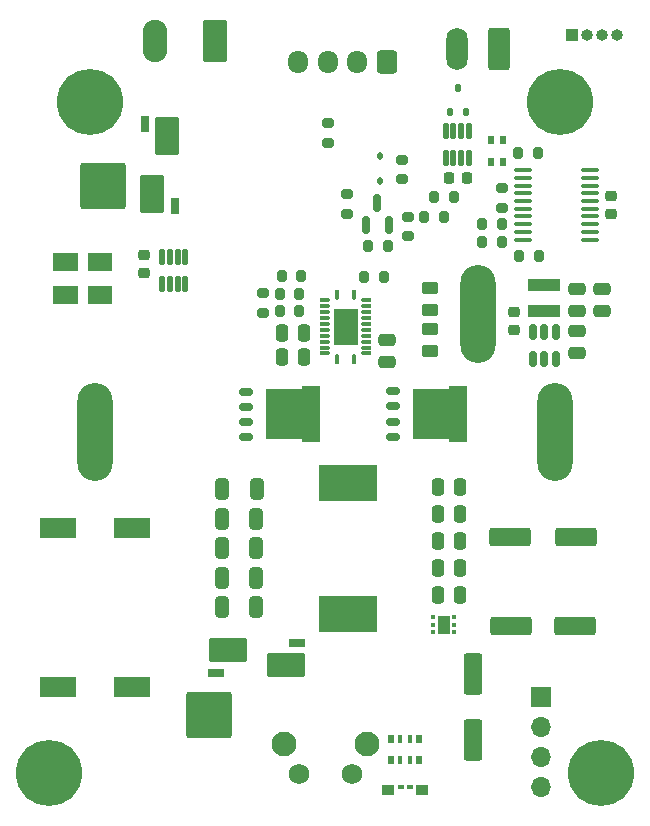
<source format=gbr>
%TF.GenerationSoftware,KiCad,Pcbnew,8.0.7*%
%TF.CreationDate,2025-01-15T16:40:05+01:00*%
%TF.ProjectId,makita-ps,6d616b69-7461-42d7-9073-2e6b69636164,1*%
%TF.SameCoordinates,Original*%
%TF.FileFunction,Soldermask,Top*%
%TF.FilePolarity,Negative*%
%FSLAX46Y46*%
G04 Gerber Fmt 4.6, Leading zero omitted, Abs format (unit mm)*
G04 Created by KiCad (PCBNEW 8.0.7) date 2025-01-15 16:40:05*
%MOMM*%
%LPD*%
G01*
G04 APERTURE LIST*
G04 Aperture macros list*
%AMRoundRect*
0 Rectangle with rounded corners*
0 $1 Rounding radius*
0 $2 $3 $4 $5 $6 $7 $8 $9 X,Y pos of 4 corners*
0 Add a 4 corners polygon primitive as box body*
4,1,4,$2,$3,$4,$5,$6,$7,$8,$9,$2,$3,0*
0 Add four circle primitives for the rounded corners*
1,1,$1+$1,$2,$3*
1,1,$1+$1,$4,$5*
1,1,$1+$1,$6,$7*
1,1,$1+$1,$8,$9*
0 Add four rect primitives between the rounded corners*
20,1,$1+$1,$2,$3,$4,$5,0*
20,1,$1+$1,$4,$5,$6,$7,0*
20,1,$1+$1,$6,$7,$8,$9,0*
20,1,$1+$1,$8,$9,$2,$3,0*%
%AMFreePoly0*
4,1,9,2.975000,-2.350000,1.425000,-2.350000,1.425000,-2.100000,-1.650000,-2.100000,-1.650000,2.100000,1.425000,2.100000,1.425000,2.350000,2.975000,2.350000,2.975000,-2.350000,2.975000,-2.350000,$1*%
%AMFreePoly1*
4,1,6,1.000000,0.000000,0.500000,-0.750000,-0.500000,-0.750000,-0.500000,0.750000,0.500000,0.750000,1.000000,0.000000,1.000000,0.000000,$1*%
%AMFreePoly2*
4,1,12,0.140000,-0.355000,0.136651,-0.355000,0.121244,-0.412500,0.070000,-0.463744,0.000000,-0.482500,-0.070000,-0.463744,-0.121244,-0.412500,-0.136651,-0.355000,-0.140000,-0.355000,-0.140000,0.355000,0.140000,0.355000,0.140000,-0.355000,0.140000,-0.355000,$1*%
%AMFreePoly3*
4,1,10,0.425000,0.121244,0.476244,0.070000,0.495000,0.000000,0.476244,-0.070000,0.425000,-0.121244,0.355000,-0.140000,-0.355000,-0.140000,-0.355000,0.140000,0.355000,0.140000,0.425000,0.121244,0.425000,0.121244,$1*%
%AMFreePoly4*
4,1,12,0.355000,0.136650,0.412500,0.121244,0.463744,0.070000,0.482500,0.000000,0.463744,-0.070000,0.412500,-0.121244,0.355000,-0.136650,0.355000,-0.140000,-0.355000,-0.140000,-0.355000,0.140000,0.355000,0.140000,0.355000,0.136650,0.355000,0.136650,$1*%
%AMFreePoly5*
4,1,12,0.070000,0.463744,0.121244,0.412500,0.136651,0.355000,0.140000,0.355000,0.140000,-0.355000,-0.140000,-0.355000,-0.140000,0.355000,-0.136651,0.355000,-0.121244,0.412500,-0.070000,0.463744,0.000000,0.482500,0.070000,0.463744,0.070000,0.463744,$1*%
%AMFreePoly6*
4,1,12,0.355000,-0.140000,-0.355000,-0.140000,-0.355000,-0.136650,-0.412500,-0.121244,-0.463744,-0.070000,-0.482500,0.000000,-0.463744,0.070000,-0.412500,0.121244,-0.355000,0.136650,-0.355000,0.140000,0.355000,0.140000,0.355000,-0.140000,0.355000,-0.140000,$1*%
G04 Aperture macros list end*
%ADD10RoundRect,0.200000X0.200000X0.275000X-0.200000X0.275000X-0.200000X-0.275000X0.200000X-0.275000X0*%
%ADD11RoundRect,0.250000X0.475000X-0.250000X0.475000X0.250000X-0.475000X0.250000X-0.475000X-0.250000X0*%
%ADD12RoundRect,0.250002X-1.699998X-1.699998X1.699998X-1.699998X1.699998X1.699998X-1.699998X1.699998X0*%
%ADD13RoundRect,0.250000X-0.550000X1.500000X-0.550000X-1.500000X0.550000X-1.500000X0.550000X1.500000X0*%
%ADD14RoundRect,0.250000X-0.325000X-0.650000X0.325000X-0.650000X0.325000X0.650000X-0.325000X0.650000X0*%
%ADD15RoundRect,0.250000X0.250000X0.475000X-0.250000X0.475000X-0.250000X-0.475000X0.250000X-0.475000X0*%
%ADD16RoundRect,0.200000X0.275000X-0.200000X0.275000X0.200000X-0.275000X0.200000X-0.275000X-0.200000X0*%
%ADD17RoundRect,0.250000X-1.500000X-0.550000X1.500000X-0.550000X1.500000X0.550000X-1.500000X0.550000X0*%
%ADD18RoundRect,0.249999X0.790001X1.550001X-0.790001X1.550001X-0.790001X-1.550001X0.790001X-1.550001X0*%
%ADD19O,2.080000X3.600000*%
%ADD20RoundRect,0.150000X0.150000X-0.512500X0.150000X0.512500X-0.150000X0.512500X-0.150000X-0.512500X0*%
%ADD21RoundRect,0.200000X-0.275000X0.200000X-0.275000X-0.200000X0.275000X-0.200000X0.275000X0.200000X0*%
%ADD22RoundRect,0.225000X0.250000X-0.225000X0.250000X0.225000X-0.250000X0.225000X-0.250000X-0.225000X0*%
%ADD23RoundRect,0.175000X-0.400000X0.175000X-0.400000X-0.175000X0.400000X-0.175000X0.400000X0.175000X0*%
%ADD24FreePoly0,0.000000*%
%ADD25RoundRect,0.112500X0.112500X-0.187500X0.112500X0.187500X-0.112500X0.187500X-0.112500X-0.187500X0*%
%ADD26R,1.500000X1.500000*%
%ADD27FreePoly1,0.000000*%
%ADD28FreePoly1,180.000000*%
%ADD29R,1.700000X1.700000*%
%ADD30O,1.700000X1.700000*%
%ADD31FreePoly2,0.000000*%
%ADD32FreePoly3,0.000000*%
%ADD33FreePoly4,0.000000*%
%ADD34FreePoly5,0.000000*%
%ADD35FreePoly6,0.000000*%
%ADD36R,2.050000X3.100000*%
%ADD37RoundRect,0.243600X0.771400X-1.406400X0.771400X1.406400X-0.771400X1.406400X-0.771400X-1.406400X0*%
%ADD38RoundRect,0.190000X0.190000X-0.510000X0.190000X0.510000X-0.190000X0.510000X-0.190000X-0.510000X0*%
%ADD39RoundRect,0.250000X0.650000X1.550000X-0.650000X1.550000X-0.650000X-1.550000X0.650000X-1.550000X0*%
%ADD40O,1.800000X3.600000*%
%ADD41RoundRect,0.125000X-0.125000X0.537500X-0.125000X-0.537500X0.125000X-0.537500X0.125000X0.537500X0*%
%ADD42R,0.530000X0.440000*%
%ADD43R,1.000000X0.880000*%
%ADD44RoundRect,0.200000X-0.200000X-0.275000X0.200000X-0.275000X0.200000X0.275000X-0.200000X0.275000X0*%
%ADD45RoundRect,0.250000X0.600000X0.725000X-0.600000X0.725000X-0.600000X-0.725000X0.600000X-0.725000X0*%
%ADD46O,1.700000X1.950000*%
%ADD47RoundRect,0.125000X0.125000X-0.537500X0.125000X0.537500X-0.125000X0.537500X-0.125000X-0.537500X0*%
%ADD48R,0.500000X0.800000*%
%ADD49RoundRect,0.250000X-0.475000X0.250000X-0.475000X-0.250000X0.475000X-0.250000X0.475000X0.250000X0*%
%ADD50RoundRect,0.112500X-0.112500X-0.237500X0.112500X-0.237500X0.112500X0.237500X-0.112500X0.237500X0*%
%ADD51RoundRect,0.225000X-0.225000X-0.250000X0.225000X-0.250000X0.225000X0.250000X-0.225000X0.250000X0*%
%ADD52RoundRect,0.150000X0.150000X-0.587500X0.150000X0.587500X-0.150000X0.587500X-0.150000X-0.587500X0*%
%ADD53C,2.100000*%
%ADD54C,1.750000*%
%ADD55R,1.000000X1.000000*%
%ADD56O,1.000000X1.000000*%
%ADD57RoundRect,0.102000X1.410000X-0.785000X1.410000X0.785000X-1.410000X0.785000X-1.410000X-0.785000X0*%
%ADD58RoundRect,0.100000X-0.637500X-0.100000X0.637500X-0.100000X0.637500X0.100000X-0.637500X0.100000X0*%
%ADD59RoundRect,0.250000X-0.450000X0.262500X-0.450000X-0.262500X0.450000X-0.262500X0.450000X0.262500X0*%
%ADD60RoundRect,0.243600X1.406400X0.771400X-1.406400X0.771400X-1.406400X-0.771400X1.406400X-0.771400X0*%
%ADD61RoundRect,0.190000X0.510000X0.190000X-0.510000X0.190000X-0.510000X-0.190000X0.510000X-0.190000X0*%
%ADD62R,5.000000X3.100000*%
%ADD63R,0.400000X0.800000*%
%ADD64R,2.700000X1.000000*%
%ADD65RoundRect,0.093750X-0.093750X-0.106250X0.093750X-0.106250X0.093750X0.106250X-0.093750X0.106250X0*%
%ADD66R,1.000000X1.600000*%
%ADD67O,3.000000X8.300000*%
%ADD68C,5.600000*%
G04 APERTURE END LIST*
D10*
%TO.C,R1*%
X166254000Y-81500000D03*
X164604000Y-81500000D03*
%TD*%
D11*
%TO.C,C4*%
X169552000Y-94893000D03*
X169552000Y-92993000D03*
%TD*%
D12*
%TO.C,J7*%
X138437000Y-129066000D03*
%TD*%
D13*
%TO.C,C23*%
X160789000Y-125625000D03*
X160789000Y-131225000D03*
%TD*%
D14*
%TO.C,C15*%
X139479000Y-114950000D03*
X142429000Y-114950000D03*
%TD*%
D15*
%TO.C,C16*%
X159679000Y-114334000D03*
X157779000Y-114334000D03*
%TD*%
D16*
%TO.C,R7*%
X163194000Y-86102000D03*
X163194000Y-84452000D03*
%TD*%
D11*
%TO.C,C5*%
X171711000Y-94898000D03*
X171711000Y-92998000D03*
%TD*%
D17*
%TO.C,C17*%
X163929000Y-114000000D03*
X169529000Y-114000000D03*
%TD*%
D18*
%TO.C,J1*%
X138929000Y-72000000D03*
D19*
X133849000Y-72000000D03*
%TD*%
D15*
%TO.C,C6*%
X146479000Y-96705000D03*
X144579000Y-96705000D03*
%TD*%
D20*
%TO.C,U5*%
X165869000Y-98895000D03*
X166819000Y-98895000D03*
X167769000Y-98895000D03*
X167769000Y-96620000D03*
X166819000Y-96620000D03*
X165869000Y-96620000D03*
%TD*%
D21*
%TO.C,R4*%
X150129000Y-84975000D03*
X150129000Y-86625000D03*
%TD*%
D22*
%TO.C,C3*%
X132929000Y-91675000D03*
X132929000Y-90125000D03*
%TD*%
D16*
%TO.C,R9*%
X155229000Y-88525000D03*
X155229000Y-86875000D03*
%TD*%
D10*
%TO.C,R14*%
X166354000Y-90200000D03*
X164704000Y-90200000D03*
%TD*%
D23*
%TO.C,Q2*%
X141559000Y-101710000D03*
X141559000Y-102980000D03*
X141559000Y-104260000D03*
X141559000Y-105530000D03*
D24*
X144829000Y-103620000D03*
%TD*%
D25*
%TO.C,D2*%
X152929000Y-83850000D03*
X152929000Y-81750000D03*
%TD*%
D26*
%TO.C,JP2*%
X126529000Y-93500000D03*
X128929000Y-93500000D03*
D27*
X125729000Y-93500000D03*
D28*
X129729000Y-93500000D03*
%TD*%
D10*
%TO.C,R16*%
X146079000Y-93400000D03*
X144429000Y-93400000D03*
%TD*%
%TO.C,R12*%
X146229000Y-91900000D03*
X144579000Y-91900000D03*
%TD*%
D29*
%TO.C,J6*%
X166504000Y-127542000D03*
D30*
X166504000Y-130082000D03*
X166504000Y-132622000D03*
X166504000Y-135162000D03*
%TD*%
D22*
%TO.C,C2*%
X172465000Y-86687000D03*
X172465000Y-85137000D03*
%TD*%
D16*
%TO.C,R3*%
X154729000Y-83725000D03*
X154729000Y-82075000D03*
%TD*%
D31*
%TO.C,U4*%
X149229000Y-93410000D03*
D32*
X148184000Y-93955000D03*
D33*
X148184000Y-94455000D03*
X148184000Y-94955000D03*
X148184000Y-95455000D03*
X148184000Y-95955000D03*
X148184000Y-96455000D03*
X148184000Y-96955000D03*
X148184000Y-97455000D03*
X148184000Y-97955000D03*
X148184000Y-98455000D03*
D34*
X149229000Y-99000000D03*
X150729000Y-99000000D03*
D35*
X151774000Y-98455000D03*
X151774000Y-97955000D03*
X151774000Y-97455000D03*
X151774000Y-96955000D03*
X151774000Y-96455000D03*
X151774000Y-95955000D03*
X151774000Y-95455000D03*
X151774000Y-94955000D03*
X151774000Y-94455000D03*
X151774000Y-93955000D03*
D31*
X150729000Y-93410000D03*
D36*
X149979000Y-96205000D03*
%TD*%
D37*
%TO.C,R2*%
X133594000Y-84980000D03*
D38*
X135499000Y-85930000D03*
X132959000Y-79070000D03*
D37*
X134864000Y-80020000D03*
%TD*%
D39*
%TO.C,J4*%
X162948000Y-72678000D03*
D40*
X159448000Y-72678000D03*
%TD*%
D26*
%TO.C,JP1*%
X126529000Y-90750000D03*
X128929000Y-90750000D03*
D27*
X125729000Y-90750000D03*
D28*
X129729000Y-90750000D03*
%TD*%
D41*
%TO.C,U3*%
X136404000Y-90325000D03*
X135754000Y-90325000D03*
X135104000Y-90325000D03*
X134454000Y-90325000D03*
X134454000Y-92600000D03*
X135104000Y-92600000D03*
X135754000Y-92600000D03*
X136404000Y-92600000D03*
%TD*%
D14*
%TO.C,C18*%
X139479000Y-117450000D03*
X142429000Y-117450000D03*
%TD*%
D10*
%TO.C,R8*%
X153554000Y-89400000D03*
X151904000Y-89400000D03*
%TD*%
D15*
%TO.C,C9*%
X146479000Y-98750000D03*
X144579000Y-98750000D03*
%TD*%
D42*
%TO.C,D3*%
X154639000Y-135170000D03*
X155419000Y-135170000D03*
D43*
X153579000Y-135390000D03*
X156479000Y-135390000D03*
%TD*%
D44*
%TO.C,R6*%
X157479000Y-85200000D03*
X159129000Y-85200000D03*
%TD*%
%TO.C,R5*%
X156662000Y-86902000D03*
X158312000Y-86902000D03*
%TD*%
D45*
%TO.C,J3*%
X153479000Y-73750000D03*
D46*
X150979000Y-73750000D03*
X148479000Y-73750000D03*
X145979000Y-73750000D03*
%TD*%
D47*
%TO.C,U1*%
X158454000Y-81937500D03*
X159104000Y-81937500D03*
X159754000Y-81937500D03*
X160404000Y-81937500D03*
X160404000Y-79662500D03*
X159754000Y-79662500D03*
X159104000Y-79662500D03*
X158454000Y-79662500D03*
%TD*%
D48*
%TO.C,RN1*%
X162321000Y-82225000D03*
X163321000Y-82225000D03*
X163321000Y-80425000D03*
X162321000Y-80425000D03*
%TD*%
D49*
%TO.C,C8*%
X169552000Y-96559000D03*
X169552000Y-98459000D03*
%TD*%
D44*
%TO.C,R13*%
X151579000Y-92000000D03*
X153229000Y-92000000D03*
%TD*%
D50*
%TO.C,D1*%
X158865000Y-77995500D03*
X160165000Y-77995500D03*
X159515000Y-75995500D03*
%TD*%
D51*
%TO.C,C1*%
X158740000Y-83599500D03*
X160290000Y-83599500D03*
%TD*%
D12*
%TO.C,J5*%
X129479000Y-84250000D03*
%TD*%
D52*
%TO.C,Q1*%
X151729000Y-87600000D03*
X153629000Y-87600000D03*
X152679000Y-85725000D03*
%TD*%
D49*
%TO.C,C10*%
X153479000Y-97300000D03*
X153479000Y-99200000D03*
%TD*%
D53*
%TO.C,SW1*%
X151754000Y-131547500D03*
X144744000Y-131547500D03*
D54*
X150504000Y-134037500D03*
X146004000Y-134037500D03*
%TD*%
D14*
%TO.C,C13*%
X139479000Y-112450000D03*
X142429000Y-112450000D03*
%TD*%
%TO.C,C11*%
X139504000Y-109950000D03*
X142454000Y-109950000D03*
%TD*%
D55*
%TO.C,J2*%
X169189000Y-71500000D03*
D56*
X170459000Y-71500000D03*
X171729000Y-71500000D03*
X172999000Y-71500000D03*
%TD*%
D14*
%TO.C,C20*%
X139479000Y-119950000D03*
X142429000Y-119950000D03*
%TD*%
D57*
%TO.C,F1*%
X125609000Y-126700000D03*
X131929000Y-126700000D03*
X125609000Y-113240000D03*
X131929000Y-113240000D03*
%TD*%
D58*
%TO.C,U2*%
X164972000Y-82961000D03*
X164972000Y-83611000D03*
X164972000Y-84261000D03*
X164972000Y-84911000D03*
X164972000Y-85561000D03*
X164972000Y-86211000D03*
X164972000Y-86861000D03*
X164972000Y-87511000D03*
X164972000Y-88161000D03*
X164972000Y-88811000D03*
X170697000Y-88811000D03*
X170697000Y-88161000D03*
X170697000Y-87511000D03*
X170697000Y-86861000D03*
X170697000Y-86211000D03*
X170697000Y-85561000D03*
X170697000Y-84911000D03*
X170697000Y-84261000D03*
X170697000Y-83611000D03*
X170697000Y-82961000D03*
%TD*%
D22*
%TO.C,C7*%
X164218000Y-96506000D03*
X164218000Y-94956000D03*
%TD*%
D59*
%TO.C,R19*%
X157106000Y-96427000D03*
X157106000Y-98252000D03*
%TD*%
D10*
%TO.C,R11*%
X163202000Y-87537000D03*
X161552000Y-87537000D03*
%TD*%
D15*
%TO.C,C19*%
X159707000Y-116620000D03*
X157807000Y-116620000D03*
%TD*%
D10*
%TO.C,R10*%
X163202000Y-89061000D03*
X161552000Y-89061000D03*
%TD*%
D15*
%TO.C,C12*%
X159679000Y-109762000D03*
X157779000Y-109762000D03*
%TD*%
D21*
%TO.C,R21*%
X148484000Y-78980000D03*
X148484000Y-80630000D03*
%TD*%
D16*
%TO.C,R15*%
X143029000Y-95025000D03*
X143029000Y-93375000D03*
%TD*%
D17*
%TO.C,C22*%
X164029000Y-121500000D03*
X169429000Y-121500000D03*
%TD*%
D60*
%TO.C,R20*%
X144959000Y-124835000D03*
D61*
X145909000Y-122930000D03*
X139049000Y-125470000D03*
D60*
X139999000Y-123565000D03*
%TD*%
D62*
%TO.C,L2*%
X150229000Y-109450000D03*
X150229000Y-120550000D03*
%TD*%
D59*
%TO.C,R18*%
X157106000Y-92951000D03*
X157106000Y-94776000D03*
%TD*%
D48*
%TO.C,RN2*%
X156229000Y-131100000D03*
D63*
X155429000Y-131100000D03*
X154629000Y-131100000D03*
D48*
X153829000Y-131100000D03*
X153829000Y-132900000D03*
D63*
X154629000Y-132900000D03*
X155429000Y-132900000D03*
D48*
X156229000Y-132900000D03*
%TD*%
D64*
%TO.C,L1*%
X166758000Y-94842000D03*
X166758000Y-92642000D03*
%TD*%
D15*
%TO.C,C21*%
X159707000Y-118906000D03*
X157807000Y-118906000D03*
%TD*%
D10*
%TO.C,R17*%
X146079000Y-94900000D03*
X144429000Y-94900000D03*
%TD*%
D23*
%TO.C,Q3*%
X154009000Y-101670000D03*
X154009000Y-102940000D03*
X154009000Y-104220000D03*
X154009000Y-105490000D03*
D24*
X157279000Y-103580000D03*
%TD*%
D15*
%TO.C,C14*%
X159679000Y-112048000D03*
X157779000Y-112048000D03*
%TD*%
D65*
%TO.C,U6*%
X157404000Y-120777000D03*
X157404000Y-121427000D03*
X157404000Y-122077000D03*
X159179000Y-122077000D03*
X159179000Y-121427000D03*
X159179000Y-120777000D03*
D66*
X158291500Y-121427000D03*
%TD*%
D67*
%TO.C,BT1*%
X167729000Y-105075000D03*
X128729000Y-105075000D03*
D68*
X171624000Y-134000000D03*
X168144000Y-77156000D03*
X128314000Y-77156000D03*
X124834000Y-134000000D03*
D67*
X161229000Y-95075000D03*
%TD*%
M02*

</source>
